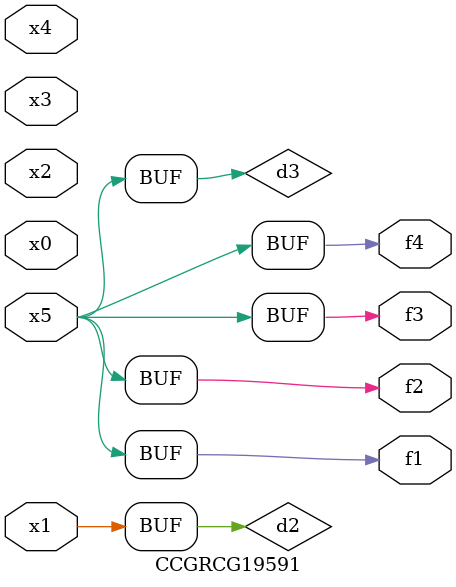
<source format=v>
module CCGRCG19591(
	input x0, x1, x2, x3, x4, x5,
	output f1, f2, f3, f4
);

	wire d1, d2, d3;

	not (d1, x5);
	or (d2, x1);
	xnor (d3, d1);
	assign f1 = d3;
	assign f2 = d3;
	assign f3 = d3;
	assign f4 = d3;
endmodule

</source>
